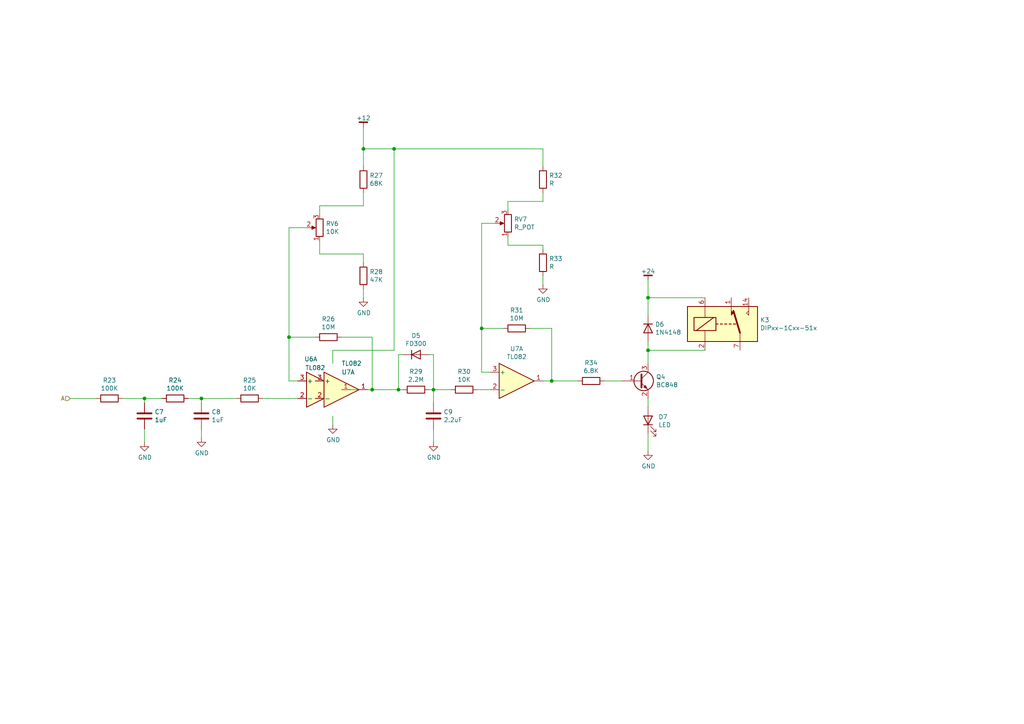
<source format=kicad_sch>
(kicad_sch (version 20210621) (generator eeschema)
  (paper "A4")
  (lib_symbols
    (symbol "Amplifier_Operational:TL082" (pin_names (offset 0.127))
      (property "Reference" "U" (at 0 5.08 0))
      (property "Value" "Amplifier_Operational_TL082" (at 0 -5.08 0))
      (symbol "TL082_1_1"
        (polyline (pts (xy -5.08 5.08) (xy 5.08 0) (xy -5.08 -5.08) (xy -5.08 5.08)) (stroke (width 0.254)) (fill (type background)))
        (pin output line (at 7.62 0 180) (length 2.54) (name "~") (number "1"))
        (pin input line (at -7.62 -2.54 0) (length 2.54) (name "-") (number "2"))
        (pin input line (at -7.62 2.54 0) (length 2.54) (name "+") (number "3"))
      )
      (symbol "TL082_2_1"
        (polyline (pts (xy -5.08 5.08) (xy 5.08 0) (xy -5.08 -5.08) (xy -5.08 5.08)) (stroke (width 0.254)) (fill (type background)))
        (pin input line (at -7.62 2.54 0) (length 2.54) (name "+") (number "5"))
        (pin input line (at -7.62 -2.54 0) (length 2.54) (name "-") (number "6"))
        (pin output line (at 7.62 0 180) (length 2.54) (name "~") (number "7"))
      )
      (symbol "TL082_3_1"
        (pin power_in line (at -2.54 -7.62 90) (length 3.81) (name "V-") (number "4"))
        (pin power_in line (at -2.54 7.62 270) (length 3.81) (name "V+") (number "8"))
      )
    )
    (symbol "Device:C" (pin_numbers hide) (pin_names (offset 0.254))
      (property "Reference" "C" (at 0.635 2.54 0))
      (property "Value" "Device_C" (at 0.635 -2.54 0))
      (symbol "C_0_1"
        (polyline (pts (xy -2.032 -0.762) (xy 2.032 -0.762)) (stroke (width 0.508)))
        (polyline (pts (xy -2.032 0.762) (xy 2.032 0.762)) (stroke (width 0.508)))
      )
      (symbol "C_1_1"
        (pin passive line (at 0 3.81 270) (length 2.794) (name "~") (number "1"))
        (pin passive line (at 0 -3.81 90) (length 2.794) (name "~") (number "2"))
      )
    )
    (symbol "Device:D" (pin_numbers hide) (pin_names (offset 1.016) hide)
      (property "Reference" "D" (at 0 2.54 0))
      (property "Value" "Device_D" (at 0 -2.54 0))
      (symbol "D_0_1"
        (polyline (pts (xy -1.27 1.27) (xy -1.27 -1.27)) (stroke (width 0.254)))
        (polyline (pts (xy 1.27 0) (xy -1.27 0)))
        (polyline (pts (xy 1.27 1.27) (xy 1.27 -1.27) (xy -1.27 0) (xy 1.27 1.27)) (stroke (width 0.254)))
      )
      (symbol "D_1_1"
        (pin passive line (at -3.81 0 0) (length 2.54) (name "K") (number "1"))
        (pin passive line (at 3.81 0 180) (length 2.54) (name "A") (number "2"))
      )
    )
    (symbol "Device:LED" (pin_numbers hide) (pin_names (offset 1.016) hide)
      (property "Reference" "D" (at 0 2.54 0))
      (property "Value" "Device_LED" (at 0 -2.54 0))
      (symbol "LED_0_1"
        (polyline (pts (xy -1.27 -1.27) (xy -1.27 1.27)) (stroke (width 0.254)))
        (polyline (pts (xy -1.27 0) (xy 1.27 0)))
        (polyline (pts (xy 1.27 -1.27) (xy 1.27 1.27) (xy -1.27 0) (xy 1.27 -1.27)) (stroke (width 0.254)))
        (polyline (pts (xy -3.048 -0.762) (xy -4.572 -2.286) (xy -3.81 -2.286) (xy -4.572 -2.286) (xy -4.572 -1.524)))
        (polyline (pts (xy -1.778 -0.762) (xy -3.302 -2.286) (xy -2.54 -2.286) (xy -3.302 -2.286) (xy -3.302 -1.524)))
      )
      (symbol "LED_1_1"
        (pin passive line (at -3.81 0 0) (length 2.54) (name "K") (number "1"))
        (pin passive line (at 3.81 0 180) (length 2.54) (name "A") (number "2"))
      )
    )
    (symbol "Device:R" (pin_numbers hide) (pin_names (offset 0))
      (property "Reference" "R" (at 2.032 0 90))
      (property "Value" "Device_R" (at 0 0 90))
      (symbol "R_0_1"
        (rectangle (start -1.016 -2.54) (end 1.016 2.54) (stroke (width 0.254)))
      )
      (symbol "R_1_1"
        (pin passive line (at 0 3.81 270) (length 1.27) (name "~") (number "1"))
        (pin passive line (at 0 -3.81 90) (length 1.27) (name "~") (number "2"))
      )
    )
    (symbol "Device:R_POT" (pin_names (offset 1.016) hide)
      (property "Reference" "RV" (at -4.445 0 90))
      (property "Value" "Device_R_POT" (at -2.54 0 90))
      (symbol "R_POT_0_1"
        (polyline (pts (xy 2.54 0) (xy 1.524 0)))
        (polyline (pts (xy 1.143 0) (xy 2.286 0.508) (xy 2.286 -0.508) (xy 1.143 0)) (fill (type outline)))
        (rectangle (start 1.016 2.54) (end -1.016 -2.54) (stroke (width 0.254)))
      )
      (symbol "R_POT_1_1"
        (pin passive line (at 0 3.81 270) (length 1.27) (name "1") (number "1"))
        (pin passive line (at 3.81 0 180) (length 1.27) (name "2") (number "2"))
        (pin passive line (at 0 -3.81 90) (length 1.27) (name "3") (number "3"))
      )
    )
    (symbol "Diode:1N4148" (pin_numbers hide) (pin_names (offset 1.016) hide)
      (property "Reference" "D" (at 0 2.54 0))
      (property "Value" "Diode_1N4148" (at 0 -2.54 0))
      (symbol "1N4148_0_1"
        (polyline (pts (xy -1.27 1.27) (xy -1.27 -1.27)) (stroke (width 0.254)))
        (polyline (pts (xy 1.27 0) (xy -1.27 0)))
        (polyline (pts (xy 1.27 1.27) (xy 1.27 -1.27) (xy -1.27 0) (xy 1.27 1.27)) (stroke (width 0.254)))
      )
      (symbol "1N4148_1_1"
        (pin passive line (at -3.81 0 0) (length 2.54) (name "K") (number "1"))
        (pin passive line (at 3.81 0 180) (length 2.54) (name "A") (number "2"))
      )
    )
    (symbol "Relay:DIPxx-1Cxx-51x"
      (property "Reference" "K" (at 11.43 3.81 0))
      (property "Value" "Relay_DIPxx-1Cxx-51x" (at 11.43 1.27 0))
      (symbol "DIPxx-1Cxx-51x_0_0"
        (polyline (pts (xy 2.54 5.08) (xy 2.54 2.54) (xy 3.175 3.175) (xy 2.54 3.81)) (fill (type outline)))
        (polyline (pts (xy 7.62 5.08) (xy 7.62 2.54) (xy 6.985 3.175) (xy 7.62 3.81)))
      )
      (symbol "DIPxx-1Cxx-51x_0_1"
        (rectangle (start -10.16 5.08) (end 10.16 -5.08) (stroke (width 0.254)) (fill (type background)))
        (rectangle (start -8.255 1.905) (end -1.905 -1.905) (stroke (width 0.254)))
        (polyline (pts (xy -7.62 -1.905) (xy -2.54 1.905)) (stroke (width 0.254)))
        (polyline (pts (xy -5.08 -5.08) (xy -5.08 -1.905)))
        (polyline (pts (xy -5.08 5.08) (xy -5.08 1.905)))
        (polyline (pts (xy -1.905 0) (xy -1.27 0)) (stroke (width 0.254)))
        (polyline (pts (xy -0.635 0) (xy 0 0)) (stroke (width 0.254)))
        (polyline (pts (xy 0.635 0) (xy 1.27 0)) (stroke (width 0.254)))
        (polyline (pts (xy 1.905 0) (xy 2.54 0)) (stroke (width 0.254)))
        (polyline (pts (xy 3.175 0) (xy 3.81 0)) (stroke (width 0.254)))
        (polyline (pts (xy 5.08 -2.54) (xy 3.175 3.81)) (stroke (width 0.508)))
        (polyline (pts (xy 5.08 -2.54) (xy 5.08 -5.08)))
      )
      (symbol "DIPxx-1Cxx-51x_1_1"
        (pin passive line (at 2.54 7.62 270) (length 2.54) (name "~") (number "1"))
        (pin passive line (at 7.62 7.62 270) (length 2.54) (name "~") (number "14"))
        (pin passive line (at -5.08 -7.62 90) (length 2.54) (name "~") (number "2"))
        (pin passive line (at -5.08 7.62 270) (length 2.54) (name "~") (number "6"))
        (pin passive line (at 5.08 -7.62 90) (length 2.54) (name "~") (number "7"))
        (pin passive line (at 5.08 -7.62 90) (length 2.54) hide (name "~") (number "8"))
      )
    )
    (symbol "Transistor_BJT:BC848" (pin_names (offset 0) hide)
      (property "Reference" "Q" (at 5.08 1.905 0))
      (property "Value" "Transistor_BJT_BC848" (at 5.08 0 0))
      (symbol "BC848_0_1"
        (polyline (pts (xy 0.635 0.635) (xy 2.54 2.54)))
        (polyline (pts (xy 0.635 -0.635) (xy 2.54 -2.54) (xy 2.54 -2.54)))
        (polyline (pts (xy 0.635 1.905) (xy 0.635 -1.905) (xy 0.635 -1.905)) (stroke (width 0.508)))
        (polyline (pts (xy 1.27 -1.778) (xy 1.778 -1.27) (xy 2.286 -2.286) (xy 1.27 -1.778) (xy 1.27 -1.778)) (fill (type outline)))
        (circle (center 1.27 0) (radius 2.8194) (stroke (width 0.254)))
      )
      (symbol "BC848_1_1"
        (pin input line (at -5.08 0 0) (length 5.715) (name "B") (number "1"))
        (pin passive line (at 2.54 -5.08 90) (length 2.54) (name "E") (number "2"))
        (pin passive line (at 2.54 5.08 270) (length 2.54) (name "C") (number "3"))
      )
    )
    (symbol "power1:+12" (power) (pin_names (offset 0))
      (property "Value" "+12" (at 0 2.54 0))
      (symbol "+12_0_1"
        (polyline (pts (xy 0 0.762) (xy 0 0)))
        (polyline (pts (xy 0 1.27) (xy 0 0.762)))
        (polyline (pts (xy -1.27 1.524) (xy 1.27 1.524) (xy 1.27 1.27) (xy -1.27 1.27) (xy -1.27 1.524)) (fill (type outline)))
      )
      (symbol "+12_1_1"
        (pin power_in line (at 0 0 90) (length 0) hide (name "+12") (number "1"))
      )
    )
    (symbol "power1:+24" (power) (pin_names (offset 0))
      (property "Value" "+24" (at 0 2.54 0))
      (symbol "+24_0_1"
        (polyline (pts (xy 0 0.762) (xy 0 0)))
        (polyline (pts (xy 0 1.27) (xy 0 0.762)))
        (polyline (pts (xy -1.27 1.524) (xy 1.27 1.524) (xy 1.27 1.27) (xy -1.27 1.27) (xy -1.27 1.524)) (fill (type outline)))
      )
      (symbol "+24_1_1"
        (pin power_in line (at 0 0 90) (length 0) hide (name "+24") (number "1"))
      )
    )
    (symbol "power:GND" (power) (pin_names (offset 0))
      (property "Value" "power_GND" (at 0 -3.81 0))
      (symbol "GND_0_1"
        (polyline (pts (xy 0 0) (xy 0 -1.27) (xy 1.27 -1.27) (xy 0 -2.54) (xy -1.27 -1.27) (xy 0 -1.27)))
      )
      (symbol "GND_1_1"
        (pin power_in line (at 0 0 270) (length 0) hide (name "GND") (number "1"))
      )
    )
  )
  (junction (at 41.91 115.57))
  (junction (at 114.3 43.18))
  (junction (at 58.42 115.57))
  (junction (at 125.73 113.03))
  (junction (at 160.02 110.49))
  (junction (at 187.96 101.6))
  (junction (at 187.96 86.36))
  (junction (at 83.82 97.79))
  (junction (at 107.95 113.03))
  (junction (at 139.7 95.25))
  (junction (at 115.57 113.03))
  (junction (at 105.41 43.18))
  (wire (pts (xy 115.57 102.87) (xy 115.57 113.03)))
  (wire (pts (xy 83.82 110.49) (xy 83.82 97.79)))
  (wire (pts (xy 96.52 101.6) (xy 114.3 101.6)))
  (wire (pts (xy 187.96 101.6) (xy 187.96 99.06)))
  (wire (pts (xy 54.61 115.57) (xy 58.42 115.57)))
  (wire (pts (xy 105.41 36.83) (xy 105.41 43.18)))
  (wire (pts (xy 58.42 115.57) (xy 58.42 116.84)))
  (wire (pts (xy 83.82 66.04) (xy 83.82 97.79)))
  (wire (pts (xy 114.3 101.6) (xy 114.3 43.18)))
  (wire (pts (xy 58.42 127) (xy 58.42 124.46)))
  (wire (pts (xy 157.48 43.18) (xy 157.48 48.26)))
  (wire (pts (xy 153.67 95.25) (xy 160.02 95.25)))
  (wire (pts (xy 125.73 102.87) (xy 125.73 113.03)))
  (wire (pts (xy 138.43 113.03) (xy 142.24 113.03)))
  (wire (pts (xy 105.41 59.69) (xy 105.41 55.88)))
  (wire (pts (xy 96.52 123.19) (xy 96.52 120.65)))
  (wire (pts (xy 139.7 107.95) (xy 142.24 107.95)))
  (wire (pts (xy 143.51 64.77) (xy 139.7 64.77)))
  (wire (pts (xy 187.96 86.36) (xy 187.96 91.44)))
  (wire (pts (xy 20.32 115.57) (xy 27.94 115.57)))
  (wire (pts (xy 83.82 97.79) (xy 91.44 97.79)))
  (wire (pts (xy 114.3 43.18) (xy 157.48 43.18)))
  (wire (pts (xy 76.2 115.57) (xy 86.36 115.57)))
  (wire (pts (xy 187.96 118.11) (xy 187.96 115.57)))
  (wire (pts (xy 41.91 115.57) (xy 46.99 115.57)))
  (wire (pts (xy 115.57 113.03) (xy 116.84 113.03)))
  (wire (pts (xy 35.56 115.57) (xy 41.91 115.57)))
  (wire (pts (xy 107.95 97.79) (xy 107.95 113.03)))
  (wire (pts (xy 139.7 95.25) (xy 139.7 107.95)))
  (wire (pts (xy 124.46 102.87) (xy 125.73 102.87)))
  (wire (pts (xy 96.52 105.41) (xy 96.52 101.6)))
  (wire (pts (xy 147.32 58.42) (xy 157.48 58.42)))
  (wire (pts (xy 105.41 73.66) (xy 105.41 76.2)))
  (wire (pts (xy 92.71 59.69) (xy 105.41 59.69)))
  (wire (pts (xy 157.48 80.01) (xy 157.48 82.55)))
  (wire (pts (xy 160.02 95.25) (xy 160.02 110.49)))
  (wire (pts (xy 105.41 43.18) (xy 114.3 43.18)))
  (wire (pts (xy 105.41 43.18) (xy 105.41 48.26)))
  (wire (pts (xy 147.32 68.58) (xy 147.32 71.12)))
  (wire (pts (xy 58.42 115.57) (xy 68.58 115.57)))
  (wire (pts (xy 125.73 113.03) (xy 125.73 116.84)))
  (wire (pts (xy 160.02 110.49) (xy 157.48 110.49)))
  (wire (pts (xy 107.95 113.03) (xy 101.6 113.03)))
  (wire (pts (xy 92.71 62.23) (xy 92.71 59.69)))
  (wire (pts (xy 157.48 58.42) (xy 157.48 55.88)))
  (wire (pts (xy 125.73 113.03) (xy 130.81 113.03)))
  (wire (pts (xy 167.64 110.49) (xy 160.02 110.49)))
  (wire (pts (xy 204.47 101.6) (xy 187.96 101.6)))
  (wire (pts (xy 105.41 86.36) (xy 105.41 83.82)))
  (wire (pts (xy 157.48 71.12) (xy 157.48 72.39)))
  (wire (pts (xy 92.71 69.85) (xy 92.71 73.66)))
  (wire (pts (xy 146.05 95.25) (xy 139.7 95.25)))
  (wire (pts (xy 88.9 66.04) (xy 83.82 66.04)))
  (wire (pts (xy 124.46 113.03) (xy 125.73 113.03)))
  (wire (pts (xy 147.32 60.96) (xy 147.32 58.42)))
  (wire (pts (xy 187.96 105.41) (xy 187.96 101.6)))
  (wire (pts (xy 92.71 73.66) (xy 105.41 73.66)))
  (wire (pts (xy 41.91 128.27) (xy 41.91 124.46)))
  (wire (pts (xy 99.06 97.79) (xy 107.95 97.79)))
  (wire (pts (xy 204.47 86.36) (xy 187.96 86.36)))
  (wire (pts (xy 187.96 81.28) (xy 187.96 86.36)))
  (wire (pts (xy 86.36 110.49) (xy 83.82 110.49)))
  (wire (pts (xy 41.91 116.84) (xy 41.91 115.57)))
  (wire (pts (xy 187.96 130.81) (xy 187.96 125.73)))
  (wire (pts (xy 116.84 102.87) (xy 115.57 102.87)))
  (wire (pts (xy 139.7 64.77) (xy 139.7 95.25)))
  (wire (pts (xy 125.73 128.27) (xy 125.73 124.46)))
  (wire (pts (xy 175.26 110.49) (xy 180.34 110.49)))
  (wire (pts (xy 107.95 113.03) (xy 115.57 113.03)))
  (wire (pts (xy 147.32 71.12) (xy 157.48 71.12)))
  (hierarchical_label "A" (shape input) (at 20.32 115.57 180))
  (symbol (lib_id "Device:R") (at 72.39 115.57 270) (unit 1)
    (property "Reference" "R25" (at 72.39 110.3122 90))
    (property "Value" "10K" (at 72.39 112.6236 90))
    (property "Footprint" "Resistor_SMD:R_0603_1608Metric_Pad0.98x0.95mm_HandSolder" (effects hide))
  )
  (symbol (lib_id "Amplifier_Operational:TL082") (at 149.86 110.49 0) (unit 1)
    (property "Reference" "U7" (at 149.86 101.1682 0))
    (property "Value" "TL082" (at 149.86 103.4796 0))
    (property "Footprint" "Package_SO:SOIC-8-1EP_3.9x4.9mm_P1.27mm_EP2.29x3mm" (effects hide))
    (property "Datasheet" "https://www.digikey.com/es/products/detail/texas-instruments/TL082CDE4/13472954" (effects hide))
  )
  (symbol (lib_id "Amplifier_Operational:TL082") (at 93.98 113.03 0) (unit 1)
    (property "Reference" "U6" (at 90.17 104.14 0))
    (property "Value" "TL082" (at 91.44 106.68 0))
    (property "Footprint" "Package_SO:SOIC-8-1EP_3.9x4.9mm_P1.27mm_EP2.29x3mm" (effects hide))
    (property "Datasheet" "https://www.digikey.com/es/products/detail/texas-instruments/TL082CDE4/13472954" (effects hide))
  )
  (symbol (lib_id "Device:R") (at 95.25 97.79 270) (unit 1)
    (property "Reference" "R26" (at 95.25 92.5322 90))
    (property "Value" "10M" (at 95.25 94.8436 90))
    (property "Footprint" "Resistor_SMD:R_0603_1608Metric_Pad0.98x0.95mm_HandSolder" (effects hide))
  )
  (symbol (lib_id "Device:R_POT") (at 92.71 66.04 180) (unit 1)
    (property "Reference" "RV6" (at 94.488 64.8716 0) (effects (justify right)))
    (property "Value" "10K" (at 94.488 67.183 0) (effects (justify right)))
    (property "Footprint" "Potentiometer_SMD:Potentiometer_Vishay_TS53YL_Vertical" (effects hide))
    (property "Datasheet" "https://www.vishay.com/docs/51008/ts53.pdf" (effects hide))
  )
  (symbol (lib_id "Device:R") (at 105.41 80.01 0) (unit 1)
    (property "Reference" "R28" (at 107.188 78.8416 0) (effects (justify left)))
    (property "Value" "47K" (at 107.188 81.153 0) (effects (justify left)))
    (property "Footprint" "Resistor_SMD:R_0603_1608Metric_Pad0.98x0.95mm_HandSolder" (effects hide))
  )
  (symbol (lib_id "Device:R") (at 157.48 52.07 0) (unit 1)
    (property "Reference" "R32" (at 159.258 50.9016 0) (effects (justify left)))
    (property "Value" "R" (at 159.258 53.213 0) (effects (justify left)))
    (property "Footprint" "Resistor_SMD:R_0603_1608Metric_Pad0.98x0.95mm_HandSolder" (effects hide))
  )
  (symbol (lib_id "power:GND") (at 157.48 82.55 0) (unit 1)
    (property "Reference" "#PWR?" (effects hide))
    (property "Value" "GND" (at 157.607 86.9442 0))
  )
  (symbol (lib_id "Transistor_BJT:BC848") (at 185.42 110.49 0) (unit 1)
    (property "Reference" "Q4" (at 190.2714 109.3216 0) (effects (justify left)))
    (property "Value" "BC848" (at 190.2714 111.633 0) (effects (justify left)))
    (property "Footprint" "Package_TO_SOT_SMD:SOT-23" (effects hide))
    (property "Datasheet" "http://www.infineon.com/dgdl/Infineon-BC847SERIES_BC848SERIES_BC849SERIES_BC850SERIES-DS-v01_01-en.pdf?fileId=db3a304314dca389011541d4630a1657" (effects hide))
  )
  (symbol (lib_id "Device:LED") (at 187.96 121.92 90) (unit 1)
    (property "Reference" "D7" (at 190.9572 120.9294 90) (effects (justify right)))
    (property "Value" "LED" (at 190.9572 123.2408 90) (effects (justify right)))
    (property "Footprint" "LED_SMD:LED_1206_3216Metric" (effects hide))
    (property "Datasheet" "https://www.aopled.com/AOP_PDFs/L152L-LIC.pdf" (effects hide))
  )
  (symbol (lib_id "power:GND") (at 187.96 130.81 0) (unit 1)
    (property "Reference" "#PWR?" (effects hide))
    (property "Value" "GND" (at 188.087 135.2042 0))
  )
  (symbol (lib_id "Diode:1N4148") (at 187.96 95.25 270) (unit 1)
    (property "Reference" "D6" (at 189.992 94.0816 90) (effects (justify left)))
    (property "Value" "1N4148" (at 189.992 96.393 90) (effects (justify left)))
    (property "Footprint" "Diode_SMD:D_SOD-323" (effects hide))
    (property "Datasheet" "https://www.diodes.com/assets/Datasheets/1N4148WSF.pdf" (effects hide))
  )
  (symbol (lib_id "Device:R") (at 31.75 115.57 270) (unit 1)
    (property "Reference" "R23" (at 31.75 110.3122 90))
    (property "Value" "100K" (at 31.75 112.6236 90))
    (property "Footprint" "Resistor_SMD:R_0603_1608Metric_Pad0.98x0.95mm_HandSolder" (effects hide))
  )
  (symbol (lib_id "Device:C") (at 41.91 120.65 0) (unit 1)
    (property "Reference" "C7" (at 44.831 119.4816 0) (effects (justify left)))
    (property "Value" "1uF" (at 44.831 121.793 0) (effects (justify left)))
    (property "Footprint" "Capacitor_SMD:C_0603_1608Metric_Pad1.08x0.95mm_HandSolder" (effects hide))
  )
  (symbol (lib_id "Device:R") (at 50.8 115.57 270) (unit 1)
    (property "Reference" "R24" (at 50.8 110.3122 90))
    (property "Value" "100K" (at 50.8 112.6236 90))
    (property "Footprint" "Resistor_SMD:R_0603_1608Metric_Pad0.98x0.95mm_HandSolder" (effects hide))
  )
  (symbol (lib_id "Device:C") (at 58.42 120.65 0) (unit 1)
    (property "Reference" "C8" (at 61.341 119.4816 0) (effects (justify left)))
    (property "Value" "1uF" (at 61.341 121.793 0) (effects (justify left)))
    (property "Footprint" "Capacitor_SMD:C_0603_1608Metric_Pad1.08x0.95mm_HandSolder" (effects hide))
  )
  (symbol (lib_id "power:GND") (at 58.42 127 0) (unit 1)
    (property "Reference" "#PWR?" (effects hide))
    (property "Value" "GND" (at 58.547 131.3942 0))
  )
  (symbol (lib_id "power:GND") (at 41.91 128.27 0) (unit 1)
    (property "Reference" "#PWR?" (effects hide))
    (property "Value" "GND" (at 42.037 132.6642 0))
  )
  (symbol (lib_id "Device:R") (at 105.41 52.07 0) (unit 1)
    (property "Reference" "R27" (at 107.188 50.9016 0) (effects (justify left)))
    (property "Value" "68K" (at 107.188 53.213 0) (effects (justify left)))
    (property "Footprint" "Resistor_SMD:R_0603_1608Metric_Pad0.98x0.95mm_HandSolder" (effects hide))
  )
  (symbol (lib_id "power:GND") (at 105.41 86.36 0) (unit 1)
    (property "Reference" "#PWR?" (effects hide))
    (property "Value" "GND" (at 105.537 90.7542 0))
  )
  (symbol (lib_id "Relay:DIPxx-1Cxx-51x") (at 209.55 93.98 0) (unit 1)
    (property "Reference" "K3" (at 220.472 92.8116 0) (effects (justify left)))
    (property "Value" "DIPxx-1Cxx-51x" (at 220.472 95.123 0) (effects (justify left)))
    (property "Footprint" "Relay_THT:Relay_StandexMeder_DIP_LowProfile" (effects hide))
    (property "Datasheet" "https://standexelectronics.com/wp-content/uploads/datasheet_reed_relay_DIP.pdf" (effects hide))
  )
  (symbol (lib_id "Device:R") (at 120.65 113.03 270) (unit 1)
    (property "Reference" "R29" (at 120.65 107.7722 90))
    (property "Value" "2.2M" (at 120.65 110.0836 90))
    (property "Footprint" "Resistor_SMD:R_0603_1608Metric_Pad0.98x0.95mm_HandSolder" (effects hide))
  )
  (symbol (lib_id "Device:D") (at 120.65 102.87 0) (unit 1)
    (property "Reference" "D5" (at 120.65 97.3582 0))
    (property "Value" "FD300" (at 120.65 99.6696 0))
    (property "Footprint" "Diode_SMD:D_0603_1608Metric_Pad1.05x0.95mm_HandSolder" (effects hide))
  )
  (symbol (lib_id "Device:C") (at 125.73 120.65 0) (unit 1)
    (property "Reference" "C9" (at 128.651 119.4816 0) (effects (justify left)))
    (property "Value" "2.2uF" (at 128.651 121.793 0) (effects (justify left)))
    (property "Footprint" "Capacitor_SMD:C_0603_1608Metric_Pad1.08x0.95mm_HandSolder" (effects hide))
  )
  (symbol (lib_id "Device:R") (at 134.62 113.03 270) (unit 1)
    (property "Reference" "R30" (at 134.62 107.7722 90))
    (property "Value" "10K" (at 134.62 110.0836 90))
    (property "Footprint" "Resistor_SMD:R_0603_1608Metric_Pad0.98x0.95mm_HandSolder" (effects hide))
  )
  (symbol (lib_id "Device:R") (at 149.86 95.25 270) (unit 1)
    (property "Reference" "R31" (at 149.86 89.9922 90))
    (property "Value" "10M" (at 149.86 92.3036 90))
    (property "Footprint" "Resistor_SMD:R_0603_1608Metric_Pad0.98x0.95mm_HandSolder" (effects hide))
  )
  (symbol (lib_id "Device:R_POT") (at 147.32 64.77 180) (unit 1)
    (property "Reference" "RV7" (at 149.098 63.6016 0) (effects (justify right)))
    (property "Value" "R_POT" (at 149.098 65.913 0) (effects (justify right)))
    (property "Footprint" "Potentiometer_SMD:Potentiometer_Vishay_TS53YL_Vertical" (effects hide))
    (property "Datasheet" "https://www.vishay.com/docs/51008/ts53.pdf" (effects hide))
  )
  (symbol (lib_id "Device:R") (at 157.48 76.2 0) (unit 1)
    (property "Reference" "R33" (at 159.258 75.0316 0) (effects (justify left)))
    (property "Value" "R" (at 159.258 77.343 0) (effects (justify left)))
    (property "Footprint" "Resistor_SMD:R_0603_1608Metric_Pad0.98x0.95mm_HandSolder" (effects hide))
  )
  (symbol (lib_id "power:GND") (at 125.73 128.27 0) (unit 1)
    (property "Reference" "#PWR?" (effects hide))
    (property "Value" "GND" (at 125.857 132.6642 0))
  )
  (symbol (lib_id "Amplifier_Operational:TL082") (at 99.06 113.03 0) (unit 1)
    (property "Reference" "U7" (at 99.06 107.95 0) (effects (justify left)))
    (property "Value" "TL082" (at 99.06 105.41 0) (effects (justify left)))
    (property "Footprint" "Package_SO:SOIC-8-1EP_3.9x4.9mm_P1.27mm_EP2.29x3mm" (effects hide))
    (property "Datasheet" "https://www.digikey.com/es/products/detail/texas-instruments/TL082CDE4/13472954" (effects hide))
  )
  (symbol (lib_id "power:GND") (at 96.52 123.19 0) (unit 1)
    (property "Reference" "#PWR?" (effects hide))
    (property "Value" "GND" (at 96.647 127.5842 0))
  )
  (symbol (lib_id "Device:R") (at 171.45 110.49 90) (unit 1)
    (property "Reference" "R34" (at 171.45 105.2322 90))
    (property "Value" "6.8K" (at 171.45 107.5436 90))
    (property "Footprint" "Resistor_SMD:R_0603_1608Metric_Pad0.98x0.95mm_HandSolder" (effects hide))
  )
  (symbol (lib_id "power1:+12") (at 105.41 36.83 0) (unit 1)
    (property "Reference" "#PWR?" (effects hide))
    (property "Value" "+12" (at 105.41 34.2415 0))
  )
  (symbol (lib_id "power1:+24") (at 187.96 81.28 0) (unit 1)
    (property "Reference" "#PWR?" (effects hide))
    (property "Value" "+24" (at 187.96 78.6915 0))
  )
)
</source>
